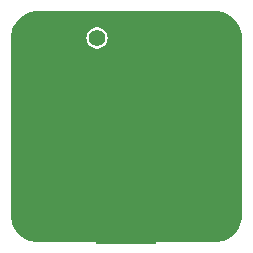
<source format=gbr>
%TF.GenerationSoftware,KiCad,Pcbnew,6.0.9+dfsg-1~bpo11+1*%
%TF.CreationDate,2022-11-28T20:30:37+01:00*%
%TF.ProjectId,018-crystal-oscillator,3031382d-6372-4797-9374-616c2d6f7363,1*%
%TF.SameCoordinates,Original*%
%TF.FileFunction,Copper,L2,Bot*%
%TF.FilePolarity,Positive*%
%FSLAX46Y46*%
G04 Gerber Fmt 4.6, Leading zero omitted, Abs format (unit mm)*
G04 Created by KiCad (PCBNEW 6.0.9+dfsg-1~bpo11+1) date 2022-11-28 20:30:37*
%MOMM*%
%LPD*%
G01*
G04 APERTURE LIST*
%TA.AperFunction,ComponentPad*%
%ADD10C,3.400000*%
%TD*%
%TA.AperFunction,ComponentPad*%
%ADD11C,1.400000*%
%TD*%
%TA.AperFunction,ComponentPad*%
%ADD12C,0.800000*%
%TD*%
%TA.AperFunction,SMDPad,CuDef*%
%ADD13R,5.200000X3.000000*%
%TD*%
%TA.AperFunction,ViaPad*%
%ADD14C,0.800000*%
%TD*%
G04 APERTURE END LIST*
D10*
%TO.P,H1,1,1*%
%TO.N,GND*%
X152500000Y-77500000D03*
%TD*%
%TO.P,H2,1,1*%
%TO.N,GND*%
X152500000Y-92500000D03*
%TD*%
%TO.P,H4,1,1*%
%TO.N,GND*%
X167500000Y-77500000D03*
%TD*%
D11*
%TO.P,J4,1*%
%TO.N,/VCC*%
X157500000Y-77500000D03*
%TD*%
D10*
%TO.P,H3,1,1*%
%TO.N,GND*%
X167500000Y-92500000D03*
%TD*%
D12*
%TO.P,J1,2,Pin_2*%
%TO.N,GND*%
X158500000Y-93000000D03*
X161500000Y-93000000D03*
X161000000Y-92500000D03*
X159000000Y-93500000D03*
X161000000Y-93500000D03*
D13*
X160000000Y-93500000D03*
D12*
X161000000Y-94500000D03*
X158500000Y-94000000D03*
X159000000Y-92500000D03*
X159000000Y-94500000D03*
X161500000Y-94000000D03*
%TD*%
D14*
%TO.N,GND*%
X160000000Y-87500000D03*
X160000000Y-82500000D03*
X162500000Y-85000000D03*
X160000000Y-85000000D03*
X165785800Y-83261200D03*
X165785800Y-81737200D03*
X162500000Y-77500000D03*
X157500000Y-80000000D03*
X157500000Y-85000000D03*
X157500000Y-87500000D03*
X155000000Y-85000000D03*
X165000000Y-85000000D03*
X167500000Y-85000000D03*
X152500000Y-85000000D03*
X162500000Y-90000000D03*
X152500000Y-80000000D03*
X152500000Y-90000000D03*
X155000000Y-90000000D03*
X167500000Y-82500000D03*
X167500000Y-87500000D03*
X167500000Y-90000000D03*
X155000000Y-80000000D03*
X165000000Y-90000000D03*
X165000000Y-87500000D03*
X165000000Y-80000000D03*
X160000000Y-77500000D03*
X157500000Y-90000000D03*
X165000000Y-92500000D03*
X152500000Y-82500000D03*
X165000000Y-77500000D03*
X157500000Y-92500000D03*
X155000000Y-77500000D03*
X162500000Y-92500000D03*
X155000000Y-82500000D03*
X155000000Y-92500000D03*
X167500000Y-80000000D03*
X155000000Y-87500000D03*
X152500000Y-87500000D03*
%TD*%
%TA.AperFunction,Conductor*%
%TO.N,GND*%
G36*
X167488169Y-75203018D02*
G01*
X167499641Y-75205656D01*
X167510517Y-75203195D01*
X167521664Y-75203214D01*
X167521664Y-75203243D01*
X167531772Y-75202422D01*
X167661986Y-75210298D01*
X167771204Y-75216905D01*
X167783056Y-75218344D01*
X168044422Y-75266241D01*
X168056015Y-75269098D01*
X168262244Y-75333361D01*
X168309695Y-75348148D01*
X168320873Y-75352387D01*
X168563170Y-75461436D01*
X168573756Y-75466992D01*
X168801142Y-75604452D01*
X168810980Y-75611243D01*
X169020132Y-75775103D01*
X169029081Y-75783030D01*
X169216970Y-75970919D01*
X169224897Y-75979868D01*
X169388757Y-76189020D01*
X169395548Y-76198858D01*
X169533008Y-76426244D01*
X169538564Y-76436830D01*
X169647613Y-76679127D01*
X169651852Y-76690305D01*
X169730900Y-76943977D01*
X169733759Y-76955578D01*
X169781655Y-77216936D01*
X169783095Y-77228796D01*
X169788113Y-77311744D01*
X169797547Y-77467712D01*
X169796724Y-77477628D01*
X169796862Y-77477628D01*
X169796842Y-77488776D01*
X169794344Y-77499641D01*
X169796804Y-77510513D01*
X169797059Y-77511638D01*
X169799500Y-77533488D01*
X169799500Y-92465983D01*
X169796982Y-92488169D01*
X169794344Y-92499641D01*
X169796805Y-92510517D01*
X169796786Y-92521664D01*
X169796757Y-92521664D01*
X169797578Y-92531772D01*
X169783096Y-92771197D01*
X169781656Y-92783056D01*
X169733761Y-93044415D01*
X169730900Y-93056023D01*
X169651852Y-93309695D01*
X169647613Y-93320873D01*
X169538564Y-93563170D01*
X169533008Y-93573756D01*
X169395548Y-93801142D01*
X169388757Y-93810980D01*
X169224897Y-94020132D01*
X169216970Y-94029081D01*
X169029081Y-94216970D01*
X169020132Y-94224897D01*
X168810980Y-94388757D01*
X168801142Y-94395548D01*
X168573756Y-94533008D01*
X168563170Y-94538564D01*
X168320873Y-94647613D01*
X168309695Y-94651852D01*
X168056015Y-94730902D01*
X168044422Y-94733759D01*
X167783056Y-94781656D01*
X167771204Y-94783095D01*
X167532288Y-94797547D01*
X167522372Y-94796724D01*
X167522372Y-94796862D01*
X167511224Y-94796842D01*
X167500359Y-94794344D01*
X167488359Y-94797059D01*
X167466512Y-94799500D01*
X152534017Y-94799500D01*
X152511831Y-94796982D01*
X152511801Y-94796975D01*
X152500359Y-94794344D01*
X152489483Y-94796805D01*
X152478336Y-94796786D01*
X152478336Y-94796757D01*
X152468228Y-94797578D01*
X152338014Y-94789702D01*
X152228796Y-94783095D01*
X152216944Y-94781656D01*
X151955578Y-94733759D01*
X151943985Y-94730902D01*
X151690305Y-94651852D01*
X151679127Y-94647613D01*
X151436830Y-94538564D01*
X151426244Y-94533008D01*
X151198858Y-94395548D01*
X151189020Y-94388757D01*
X150979868Y-94224897D01*
X150970919Y-94216970D01*
X150783030Y-94029081D01*
X150775103Y-94020132D01*
X150611243Y-93810980D01*
X150604452Y-93801142D01*
X150466992Y-93573756D01*
X150461436Y-93563170D01*
X150352387Y-93320873D01*
X150348148Y-93309695D01*
X150269100Y-93056023D01*
X150266239Y-93044415D01*
X150218344Y-92783056D01*
X150216904Y-92771197D01*
X150202469Y-92532548D01*
X150204207Y-92511810D01*
X150203747Y-92511757D01*
X150204389Y-92506179D01*
X150205655Y-92500718D01*
X150205656Y-92500000D01*
X150204412Y-92494545D01*
X150202980Y-92488266D01*
X150200500Y-92466248D01*
X150200500Y-77534281D01*
X150203057Y-77511926D01*
X150203141Y-77511565D01*
X150205655Y-77500718D01*
X150205656Y-77500000D01*
X156594540Y-77500000D01*
X156614326Y-77688256D01*
X156615927Y-77693183D01*
X156615928Y-77693188D01*
X156671219Y-77863354D01*
X156672821Y-77868284D01*
X156767467Y-78032216D01*
X156770939Y-78036072D01*
X156890659Y-78169035D01*
X156890663Y-78169038D01*
X156894129Y-78172888D01*
X157047270Y-78284151D01*
X157052002Y-78286258D01*
X157052004Y-78286259D01*
X157215460Y-78359035D01*
X157220197Y-78361144D01*
X157225267Y-78362222D01*
X157225268Y-78362222D01*
X157262610Y-78370159D01*
X157405354Y-78400500D01*
X157594646Y-78400500D01*
X157737390Y-78370159D01*
X157774732Y-78362222D01*
X157774733Y-78362222D01*
X157779803Y-78361144D01*
X157784540Y-78359035D01*
X157947996Y-78286259D01*
X157947998Y-78286258D01*
X157952730Y-78284151D01*
X158105871Y-78172888D01*
X158109337Y-78169038D01*
X158109341Y-78169035D01*
X158229061Y-78036072D01*
X158232533Y-78032216D01*
X158327179Y-77868284D01*
X158328781Y-77863354D01*
X158384072Y-77693188D01*
X158384073Y-77693183D01*
X158385674Y-77688256D01*
X158405460Y-77500000D01*
X158385674Y-77311744D01*
X158384073Y-77306817D01*
X158384072Y-77306812D01*
X158328781Y-77136646D01*
X158328780Y-77136645D01*
X158327179Y-77131716D01*
X158232533Y-76967784D01*
X158169821Y-76898135D01*
X158109341Y-76830965D01*
X158109337Y-76830962D01*
X158105871Y-76827112D01*
X157952730Y-76715849D01*
X157947998Y-76713742D01*
X157947996Y-76713741D01*
X157784540Y-76640965D01*
X157784539Y-76640965D01*
X157779803Y-76638856D01*
X157774733Y-76637778D01*
X157774732Y-76637778D01*
X157737390Y-76629841D01*
X157594646Y-76599500D01*
X157405354Y-76599500D01*
X157262610Y-76629841D01*
X157225268Y-76637778D01*
X157225267Y-76637778D01*
X157220197Y-76638856D01*
X157215461Y-76640965D01*
X157215460Y-76640965D01*
X157052004Y-76713741D01*
X157052002Y-76713742D01*
X157047270Y-76715849D01*
X156894129Y-76827112D01*
X156890663Y-76830962D01*
X156890659Y-76830965D01*
X156830179Y-76898135D01*
X156767467Y-76967784D01*
X156672821Y-77131716D01*
X156671220Y-77136645D01*
X156671219Y-77136646D01*
X156615928Y-77306812D01*
X156615927Y-77306817D01*
X156614326Y-77311744D01*
X156594540Y-77500000D01*
X150205656Y-77500000D01*
X150204413Y-77494549D01*
X150203791Y-77488995D01*
X150204159Y-77488954D01*
X150202438Y-77467973D01*
X150209909Y-77344459D01*
X150216905Y-77228797D01*
X150218345Y-77216936D01*
X150266241Y-76955578D01*
X150269100Y-76943977D01*
X150348148Y-76690305D01*
X150352387Y-76679127D01*
X150461436Y-76436830D01*
X150466992Y-76426244D01*
X150604452Y-76198858D01*
X150611243Y-76189020D01*
X150775103Y-75979868D01*
X150783030Y-75970919D01*
X150970919Y-75783030D01*
X150979868Y-75775103D01*
X151189020Y-75611243D01*
X151198858Y-75604452D01*
X151426244Y-75466992D01*
X151436830Y-75461436D01*
X151679127Y-75352387D01*
X151690305Y-75348148D01*
X151737756Y-75333361D01*
X151943985Y-75269098D01*
X151955578Y-75266241D01*
X152216944Y-75218344D01*
X152228796Y-75216905D01*
X152467712Y-75202453D01*
X152477628Y-75203276D01*
X152477628Y-75203138D01*
X152488776Y-75203158D01*
X152499641Y-75205656D01*
X152511641Y-75202941D01*
X152533488Y-75200500D01*
X167465983Y-75200500D01*
X167488169Y-75203018D01*
G37*
%TD.AperFunction*%
%TD*%
M02*

</source>
